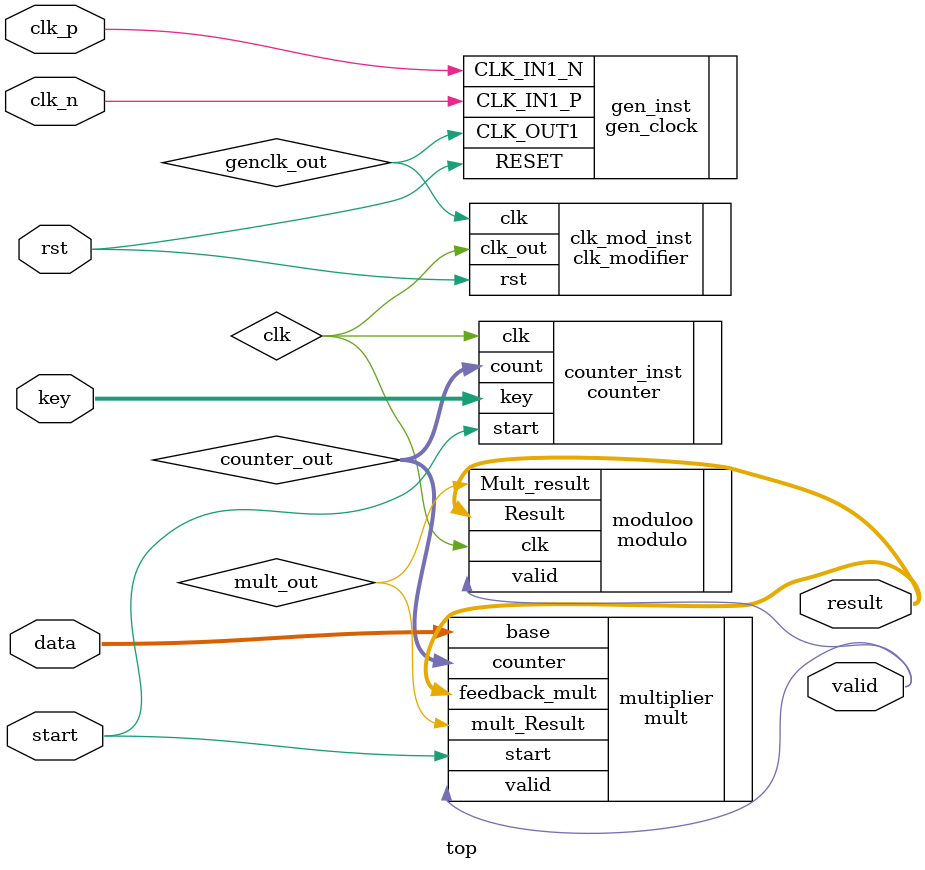
<source format=v>
`timescale 1ns / 1ps
module top(
	input clk_n, clk_p,
	input rst,start,
	input [5:0] data,key,
	output valid,
	output [5:0] result
    );
parameter BUS_WIDTH=6; //6 bits width
wire [BUS_WIDTH-1:0] N,mult_result;
wire clk,genclk_out;
wire [BUS_WIDTH*2-1:0] counter_out;

 gen_clock gen_inst
   (// Clock in ports
    .CLK_IN1_P(clk_n),    // IN
    .CLK_IN1_N(clk_p),    // IN
    // Clock out ports
    .CLK_OUT1(genclk_out),     // OUT
    // Status and control signals
    .RESET(rst));       // IN
// INST_TAG_END ------ End INSTANTIATION Template ---------



// Instantiate the module
clk_modifier clk_mod_inst (
    .clk(genclk_out), 
    .rst(rst), 
    .clk_out(clk)
    );




// Instantiate the module
counter #(BUS_WIDTH) counter_inst (
    .key(key), 
    .start(start), 
    .clk(clk), 
    .count(counter_out)
    );

// Instantiate the module
mult #(BUS_WIDTH) multiplier (
	.base(data),
	.counter(counter_out),
	.feedback_mult(result),
	.start(start),
	//.clk(clk),
	.valid(valid),
	.mult_Result(mult_out)
);

// Instantiate the module
modulo #(BUS_WIDTH) moduloo (
	.Mult_result(mult_out),
	//.N(N),
	.valid(valid),
	.clk(clk),
	.Result(result)

 );






endmodule

</source>
